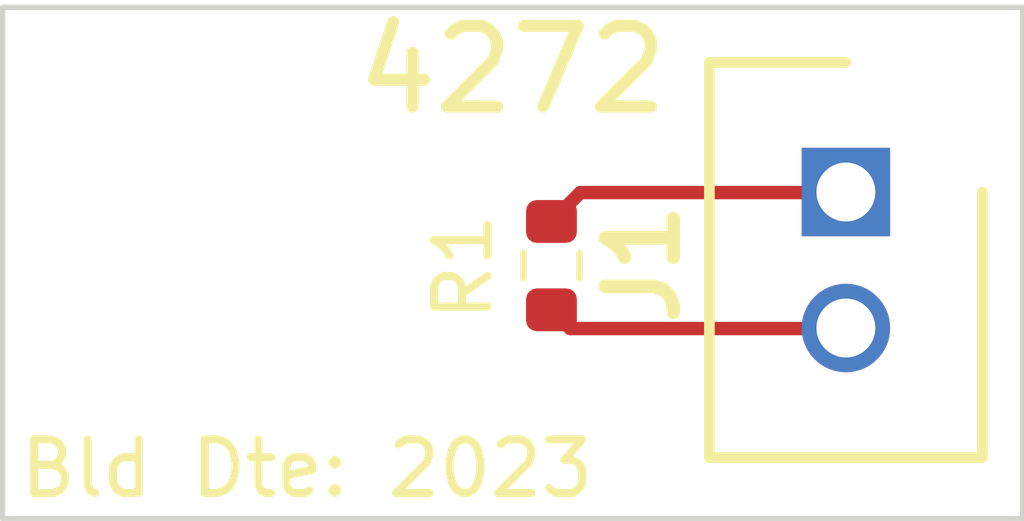
<source format=kicad_pcb>
(kicad_pcb (version 20221018) (generator pcbnew)
  (layers (0 "F.Cu" signal) (31 "B.Cu" signal) (34 "B.Paste" user) (35 "F.Paste" user) (36 "B.SilkS" user "B.Silkscreen") (37 "F.SilkS" user "F.Silkscreen") (38 "B.Mask" user) (39 "F.Mask" user) (44 "Edge.Cuts" user))
  (net 0 "")
  (net 1 "Net-(J1-Pin_1)")
  (net 2 "Net-(J1-Pin_2)")
  (footprint "SamacSys_Parts:SHDR2W65P0X254_1X2_738X510X1216P" (layer "F.Cu") (at 127.25 84.25 90)
    (fp_text reference "J1" (at -1.34 -3.8 90) (layer "F.SilkS") (effects (font (size 1.27 1.27) (thickness 0.254))))
    (fp_text value "Conn_01x02" hide)
    (fp_line (start -4.96 -2.55) (end 2.42 -2.55) (stroke (width 0.2)) (layer "F.SilkS"))
    (fp_line (start -4.96 2.55) (end -4.96 -2.55) (stroke (width 0.2)) (layer "F.SilkS"))
    (fp_line (start 0 2.55) (end -4.96 2.55) (stroke (width 0.2)) (layer "F.SilkS"))
    (fp_line (start 2.42 -2.55) (end 2.42 0) (stroke (width 0.2)) (layer "F.SilkS"))
    (pad "1" thru_hole rect (at 0 0 90) (size 1.65 1.65) (drill 1.1) (layers "*.Cu" "*.Mask") (net 1 "Net-(J1-Pin_1)"))
    (pad "2" thru_hole circle (at -2.54 0 90) (size 1.65 1.65) (drill 1.1) (layers "*.Cu" "*.Mask") (net 2 "Net-(J1-Pin_2)"))
  )
  (footprint "MountingHole:MountingHole_3.2mm_M3" (layer "F.Cu") (at 115.55 85.65)
    (fp_text reference "REF**" hide)
    (fp_text value "MountingHole_3.2mm_M3" hide)
    (pad "" np_thru_hole circle (at 0 0) (size 3.2 3.2) (drill 3.2) (layers "*.Cu" "*.Mask"))
  )
  (footprint "Resistor_SMD:R_0603_1608Metric" (layer "F.Cu") (at 121.75 85.625 -90)
    (fp_text reference "R1" (at 0.025 1.65 90) (layer "F.SilkS"))
    (fp_text value "120" hide)
    (fp_line (start -0.237258 -0.5225) (end 0.237258 -0.5225) (stroke (width 0.12)) (layer "F.SilkS"))
    (fp_line (start -0.237258 0.5225) (end 0.237258 0.5225) (stroke (width 0.12)) (layer "F.SilkS"))
    (pad "1" smd roundrect (at -0.825 0 270) (size 0.8 0.95) (layers "F.Cu" "F.Paste" "F.Mask") (net 1 "Net-(J1-Pin_1)"))
    (pad "2" smd roundrect (at 0.825 0 270) (size 0.8 0.95) (layers "F.Cu" "F.Paste" "F.Mask") (net 2 "Net-(J1-Pin_2)"))
  )
  (gr_line (start 111.5 90.35) (end 111.5 80.8) (stroke (width 0.1)) (layer "Edge.Cuts"))
  (gr_line (start 130.55 80.8) (end 130.55 90.35) (stroke (width 0.1)) (layer "Edge.Cuts"))
  (gr_line (start 111.5 80.8) (end 130.55 80.8) (stroke (width 0.1)) (layer "Edge.Cuts"))
  (gr_line (start 130.55 90.35) (end 111.5 90.35) (stroke (width 0.1)) (layer "Edge.Cuts"))
  (gr_text "4272" (at 118 82.85) (layer "F.SilkS") (effects (font (size 1.508 1.508) (thickness 0.2262)) (justify left bottom)))
  (gr_text "Bld Dte: 2023" (at 111.75 90) (layer "F.SilkS") (effects (font (size 1 1)) (justify left bottom)))
  (segment (start 122.29 84.26) (end 121.75 84.8) (width 0.25) (layer "F.Cu") (net 1))
  (segment (start 127.4 84.26) (end 122.29 84.26) (width 0.25) (layer "F.Cu") (net 1))
  (segment (start 127.4 86.8) (end 122.1 86.8) (width 0.25) (layer "F.Cu") (net 2))
  (segment (start 122.1 86.8) (end 121.75 86.45) (width 0.25) (layer "F.Cu") (net 2))
)
</source>
